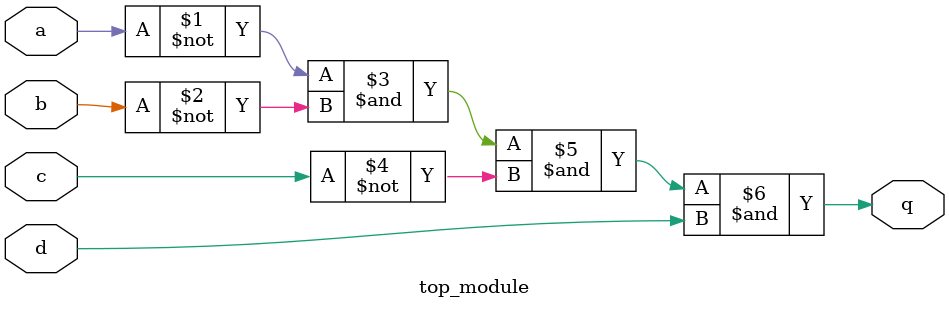
<source format=sv>
module top_module (
	input a, 
	input b, 
	input c, 
	input d,
	output q
);
	
	assign q = (~a) & (~b) & (~c) & d;
	
endmodule

</source>
